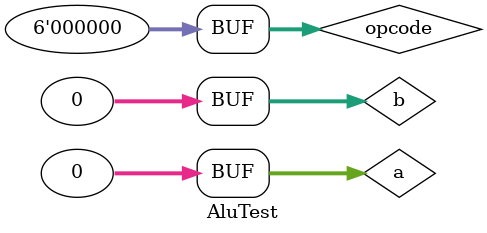
<source format=v>
`timescale 1ns / 1ps


module AluTest;

	// Inputs
	reg [31:0] a;
	reg [31:0] b;
	reg [5:0] opcode;

	// Outputs
	wire [31:0] alu_out;
	wire zf;

	// Instantiate the Unit Under Test (UUT)
	Alu uut (
		.a(a), 
		.b(b), 
		.opcode(opcode), 
		.alu_out(alu_out), 
		.zf(zf)
	);

	initial begin
		// Initialize Inputs
		a = 0;
		b = 0;
		opcode = 0;

		// Wait 100 ns for global reset to finish
		#100;
        
		// Add stimulus here

	end
      
endmodule


</source>
